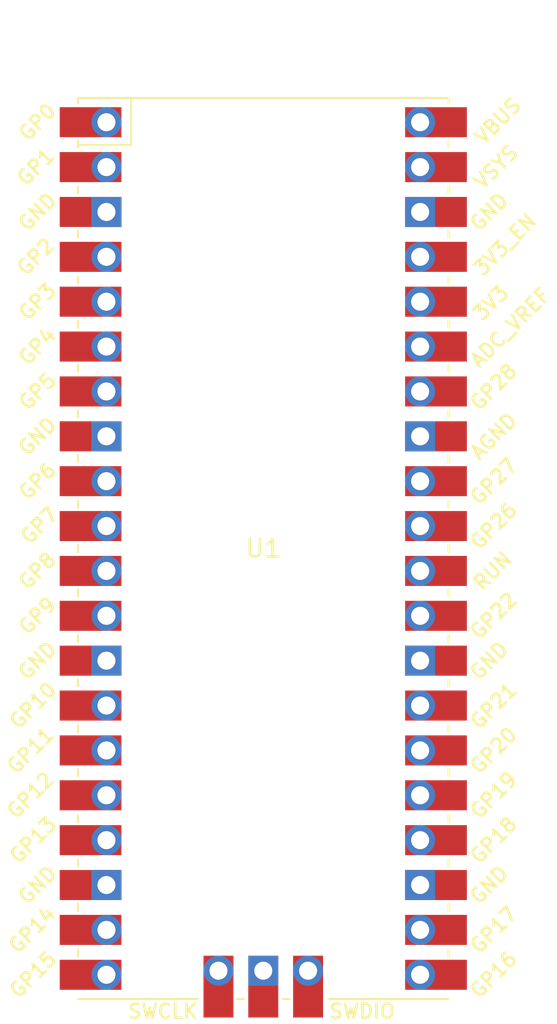
<source format=kicad_pcb>
(kicad_pcb (version 20221018) (generator pcbnew)
  (layers (0 "F.Cu" signal) (31 "B.Cu" signal) (34 "B.Paste" user) (35 "F.Paste" user) (36 "B.SilkS" user "B.Silkscreen") (37 "F.SilkS" user "F.Silkscreen") (38 "B.Mask" user) (39 "F.Mask" user) (44 "Edge.Cuts" user))
  (net 0 "")
  (footprint "MCU_RaspberryPi_and_Boards:RPi_Pico_SMD_TH" (layer "F.Cu") (at 142.4686 89.7636)
    (fp_text reference "U1" (at 0 0) (layer "F.SilkS"))
    (fp_text value "Pico")
    (fp_text user "GP18" (at 13.054 16.51 45) (layer "F.SilkS") (effects (font (size 0.8 0.8))))
    (fp_text user "GP13" (at -13.054 16.51 45) (layer "F.SilkS") (effects (font (size 0.8 0.8))))
    (fp_text user "GP4" (at -12.8 -11.43 45) (layer "F.SilkS") (effects (font (size 0.8 0.8))))
    (fp_text user "GND" (at 12.8 6.35 45) (layer "F.SilkS") (effects (font (size 0.8 0.8))))
    (fp_text user "GND" (at -12.8 -19.05 45) (layer "F.SilkS") (effects (font (size 0.8 0.8))))
    (fp_text user "GP5" (at -12.8 -8.89 45) (layer "F.SilkS") (effects (font (size 0.8 0.8))))
    (fp_text user "GND" (at 12.8 -19.05 45) (layer "F.SilkS") (effects (font (size 0.8 0.8))))
    (fp_text user "ADC_VREF" (at 14 -12.5 45) (layer "F.SilkS") (effects (font (size 0.8 0.8))))
    (fp_text user "GP6" (at -12.8 -3.81 45) (layer "F.SilkS") (effects (font (size 0.8 0.8))))
    (fp_text user "GP10" (at -13.054 8.89 45) (layer "F.SilkS") (effects (font (size 0.8 0.8))))
    (fp_text user "GP19" (at 13.054 13.97 45) (layer "F.SilkS") (effects (font (size 0.8 0.8))))
    (fp_text user "GP22" (at 13.054 3.81 45) (layer "F.SilkS") (effects (font (size 0.8 0.8))))
    (fp_text user "GP28" (at 13.054 -9.144 45) (layer "F.SilkS") (effects (font (size 0.8 0.8))))
    (fp_text user "3V3" (at 12.9 -13.9 45) (layer "F.SilkS") (effects (font (size 0.8 0.8))))
    (fp_text user "3V3_EN" (at 13.7 -17.2 45) (layer "F.SilkS") (effects (font (size 0.8 0.8))))
    (fp_text user "GP16" (at 13.054 24.13 45) (layer "F.SilkS") (effects (font (size 0.8 0.8))))
    (fp_text user "GP21" (at 13.054 8.9 45) (layer "F.SilkS") (effects (font (size 0.8 0.8))))
    (fp_text user "SWCLK" (at -5.7 26.2) (layer "F.SilkS") (effects (font (size 0.8 0.8))))
    (fp_text user "GP15" (at -13.054 24.13 45) (layer "F.SilkS") (effects (font (size 0.8 0.8))))
    (fp_text user "GND" (at 12.8 19.05 45) (layer "F.SilkS") (effects (font (size 0.8 0.8))))
    (fp_text user "GND" (at -12.8 19.05 45) (layer "F.SilkS") (effects (font (size 0.8 0.8))))
    (fp_text user "AGND" (at 13.054 -6.35 45) (layer "F.SilkS") (effects (font (size 0.8 0.8))))
    (fp_text user "GP20" (at 13.054 11.43 45) (layer "F.SilkS") (effects (font (size 0.8 0.8))))
    (fp_text user "GP12" (at -13.2 13.97 45) (layer "F.SilkS") (effects (font (size 0.8 0.8))))
    (fp_text user "GP2" (at -12.9 -16.51 45) (layer "F.SilkS") (effects (font (size 0.8 0.8))))
    (fp_text user "GP14" (at -13.1 21.59 45) (layer "F.SilkS") (effects (font (size 0.8 0.8))))
    (fp_text user "GP7" (at -12.7 -1.3 45) (layer "F.SilkS") (effects (font (size 0.8 0.8))))
    (fp_text user "RUN" (at 13 1.27 45) (layer "F.SilkS") (effects (font (size 0.8 0.8))))
    (fp_text user "GND" (at -12.8 -6.35 45) (layer "F.SilkS") (effects (font (size 0.8 0.8))))
    (fp_text user "GP3" (at -12.8 -13.97 45) (layer "F.SilkS") (effects (font (size 0.8 0.8))))
    (fp_text user "GP1" (at -12.9 -21.6 45) (layer "F.SilkS") (effects (font (size 0.8 0.8))))
    (fp_text user "GND" (at -12.8 6.35 45) (layer "F.SilkS") (effects (font (size 0.8 0.8))))
    (fp_text user "GP0" (at -12.8 -24.13 45) (layer "F.SilkS") (effects (font (size 0.8 0.8))))
    (fp_text user "GP9" (at -12.8 3.81 45) (layer "F.SilkS") (effects (font (size 0.8 0.8))))
    (fp_text user "GP8" (at -12.8 1.27 45) (layer "F.SilkS") (effects (font (size 0.8 0.8))))
    (fp_text user "SWDIO" (at 5.6 26.2) (layer "F.SilkS") (effects (font (size 0.8 0.8))))
    (fp_text user "GP17" (at 13.054 21.59 45) (layer "F.SilkS") (effects (font (size 0.8 0.8))))
    (fp_text user "VBUS" (at 13.3 -24.2 45) (layer "F.SilkS") (effects (font (size 0.8 0.8))))
    (fp_text user "VSYS" (at 13.2 -21.59 45) (layer "F.SilkS") (effects (font (size 0.8 0.8))))
    (fp_text user "GP27" (at 13.054 -3.8 45) (layer "F.SilkS") (effects (font (size 0.8 0.8))))
    (fp_text user "GP11" (at -13.2 11.43 45) (layer "F.SilkS") (effects (font (size 0.8 0.8))))
    (fp_text user "GP26" (at 13.054 -1.27 45) (layer "F.SilkS") (effects (font (size 0.8 0.8))))
    (fp_line (start -10.5 -25.5) (end -10.5 -25.2) (stroke (width 0.12)) (layer "F.SilkS"))
    (fp_line (start -10.5 -25.5) (end 10.5 -25.5) (stroke (width 0.12)) (layer "F.SilkS"))
    (fp_line (start -10.5 -23.1) (end -10.5 -22.7) (stroke (width 0.12)) (layer "F.SilkS"))
    (fp_line (start -10.5 -22.833) (end -7.493 -22.833) (stroke (width 0.12)) (layer "F.SilkS"))
    (fp_line (start -10.5 -20.5) (end -10.5 -20.1) (stroke (width 0.12)) (layer "F.SilkS"))
    (fp_line (start -10.5 -18) (end -10.5 -17.6) (stroke (width 0.12)) (layer "F.SilkS"))
    (fp_line (start -10.5 -15.4) (end -10.5 -15) (stroke (width 0.12)) (layer "F.SilkS"))
    (fp_line (start -10.5 -12.9) (end -10.5 -12.5) (stroke (width 0.12)) (layer "F.SilkS"))
    (fp_line (start -10.5 -10.4) (end -10.5 -10) (stroke (width 0.12)) (layer "F.SilkS"))
    (fp_line (start -10.5 -7.8) (end -10.5 -7.4) (stroke (width 0.12)) (layer "F.SilkS"))
    (fp_line (start -10.5 -5.3) (end -10.5 -4.9) (stroke (width 0.12)) (layer "F.SilkS"))
    (fp_line (start -10.5 -2.7) (end -10.5 -2.3) (stroke (width 0.12)) (layer "F.SilkS"))
    (fp_line (start -10.5 -0.2) (end -10.5 0.2) (stroke (width 0.12)) (layer "F.SilkS"))
    (fp_line (start -10.5 2.3) (end -10.5 2.7) (stroke (width 0.12)) (layer "F.SilkS"))
    (fp_line (start -10.5 4.9) (end -10.5 5.3) (stroke (width 0.12)) (layer "F.SilkS"))
    (fp_line (start -10.5 7.4) (end -10.5 7.8) (stroke (width 0.12)) (layer "F.SilkS"))
    (fp_line (start -10.5 10) (end -10.5 10.4) (stroke (width 0.12)) (layer "F.SilkS"))
    (fp_line (start -10.5 12.5) (end -10.5 12.9) (stroke (width 0.12)) (layer "F.SilkS"))
    (fp_line (start -10.5 15.1) (end -10.5 15.5) (stroke (width 0.12)) (layer "F.SilkS"))
    (fp_line (start -10.5 17.6) (end -10.5 18) (stroke (width 0.12)) (layer "F.SilkS"))
    (fp_line (start -10.5 20.1) (end -10.5 20.5) (stroke (width 0.12)) (layer "F.SilkS"))
    (fp_line (start -10.5 22.7) (end -10.5 23.1) (stroke (width 0.12)) (layer "F.SilkS"))
    (fp_line (start -7.493 -22.833) (end -7.493 -25.5) (stroke (width 0.12)) (layer "F.SilkS"))
    (fp_line (start -3.7 25.5) (end -10.5 25.5) (stroke (width 0.12)) (layer "F.SilkS"))
    (fp_line (start -1.5 25.5) (end -1.1 25.5) (stroke (width 0.12)) (layer "F.SilkS"))
    (fp_line (start 1.1 25.5) (end 1.5 25.5) (stroke (width 0.12)) (layer "F.SilkS"))
    (fp_line (start 10.5 -25.5) (end 10.5 -25.2) (stroke (width 0.12)) (layer "F.SilkS"))
    (fp_line (start 10.5 -23.1) (end 10.5 -22.7) (stroke (width 0.12)) (layer "F.SilkS"))
    (fp_line (start 10.5 -20.5) (end 10.5 -20.1) (stroke (width 0.12)) (layer "F.SilkS"))
    (fp_line (start 10.5 -18) (end 10.5 -17.6) (stroke (width 0.12)) (layer "F.SilkS"))
    (fp_line (start 10.5 -15.4) (end 10.5 -15) (stroke (width 0.12)) (layer "F.SilkS"))
    (fp_line (start 10.5 -12.9) (end 10.5 -12.5) (stroke (width 0.12)) (layer "F.SilkS"))
    (fp_line (start 10.5 -10.4) (end 10.5 -10) (stroke (width 0.12)) (layer "F.SilkS"))
    (fp_line (start 10.5 -7.8) (end 10.5 -7.4) (stroke (width 0.12)) (layer "F.SilkS"))
    (fp_line (start 10.5 -5.3) (end 10.5 -4.9) (stroke (width 0.12)) (layer "F.SilkS"))
    (fp_line (start 10.5 -2.7) (end 10.5 -2.3) (stroke (width 0.12)) (layer "F.SilkS"))
    (fp_line (start 10.5 -0.2) (end 10.5 0.2) (stroke (width 0.12)) (layer "F.SilkS"))
    (fp_line (start 10.5 2.3) (end 10.5 2.7) (stroke (width 0.12)) (layer "F.SilkS"))
    (fp_line (start 10.5 4.9) (end 10.5 5.3) (stroke (width 0.12)) (layer "F.SilkS"))
    (fp_line (start 10.5 7.4) (end 10.5 7.8) (stroke (width 0.12)) (layer "F.SilkS"))
    (fp_line (start 10.5 10) (end 10.5 10.4) (stroke (width 0.12)) (layer "F.SilkS"))
    (fp_line (start 10.5 12.5) (end 10.5 12.9) (stroke (width 0.12)) (layer "F.SilkS"))
    (fp_line (start 10.5 15.1) (end 10.5 15.5) (stroke (width 0.12)) (layer "F.SilkS"))
    (fp_line (start 10.5 17.6) (end 10.5 18) (stroke (width 0.12)) (layer "F.SilkS"))
    (fp_line (start 10.5 20.1) (end 10.5 20.5) (stroke (width 0.12)) (layer "F.SilkS"))
    (fp_line (start 10.5 22.7) (end 10.5 23.1) (stroke (width 0.12)) (layer "F.SilkS"))
    (fp_line (start 10.5 25.5) (end 3.7 25.5) (stroke (width 0.12)) (layer "F.SilkS"))
    (pad "" np_thru_hole oval (at -2.725 -24) (size 1.8 1.8) (drill 1.8) (layers "*.Cu" "*.Mask"))
    (pad "" np_thru_hole oval (at -2.425 -20.97) (size 1.5 1.5) (drill 1.5) (layers "*.Cu" "*.Mask"))
    (pad "" np_thru_hole oval (at 2.425 -20.97) (size 1.5 1.5) (drill 1.5) (layers "*.Cu" "*.Mask"))
    (pad "" np_thru_hole oval (at 2.725 -24) (size 1.8 1.8) (drill 1.8) (layers "*.Cu" "*.Mask"))
    (pad "1" thru_hole oval (at -8.89 -24.13) (size 1.7 1.7) (drill 1.02) (layers "*.Cu" "*.Mask"))
    (pad "1" smd rect (at -8.89 -24.13) (size 3.5 1.7) (drill (offset -0.9 0)) (layers "F.Cu" "F.Mask"))
    (pad "2" thru_hole oval (at -8.89 -21.59) (size 1.7 1.7) (drill 1.02) (layers "*.Cu" "*.Mask"))
    (pad "2" smd rect (at -8.89 -21.59) (size 3.5 1.7) (drill (offset -0.9 0)) (layers "F.Cu" "F.Mask"))
    (pad "3" thru_hole rect (at -8.89 -19.05) (size 1.7 1.7) (drill 1.02) (layers "*.Cu" "*.Mask"))
    (pad "3" smd rect (at -8.89 -19.05) (size 3.5 1.7) (drill (offset -0.9 0)) (layers "F.Cu" "F.Mask"))
    (pad "4" thru_hole oval (at -8.89 -16.51) (size 1.7 1.7) (drill 1.02) (layers "*.Cu" "*.Mask"))
    (pad "4" smd rect (at -8.89 -16.51) (size 3.5 1.7) (drill (offset -0.9 0)) (layers "F.Cu" "F.Mask"))
    (pad "5" thru_hole oval (at -8.89 -13.97) (size 1.7 1.7) (drill 1.02) (layers "*.Cu" "*.Mask"))
    (pad "5" smd rect (at -8.89 -13.97) (size 3.5 1.7) (drill (offset -0.9 0)) (layers "F.Cu" "F.Mask"))
    (pad "6" thru_hole oval (at -8.89 -11.43) (size 1.7 1.7) (drill 1.02) (layers "*.Cu" "*.Mask"))
    (pad "6" smd rect (at -8.89 -11.43) (size 3.5 1.7) (drill (offset -0.9 0)) (layers "F.Cu" "F.Mask"))
    (pad "7" thru_hole oval (at -8.89 -8.89) (size 1.7 1.7) (drill 1.02) (layers "*.Cu" "*.Mask"))
    (pad "7" smd rect (at -8.89 -8.89) (size 3.5 1.7) (drill (offset -0.9 0)) (layers "F.Cu" "F.Mask"))
    (pad "8" thru_hole rect (at -8.89 -6.35) (size 1.7 1.7) (drill 1.02) (layers "*.Cu" "*.Mask"))
    (pad "8" smd rect (at -8.89 -6.35) (size 3.5 1.7) (drill (offset -0.9 0)) (layers "F.Cu" "F.Mask"))
    (pad "9" thru_hole oval (at -8.89 -3.81) (size 1.7 1.7) (drill 1.02) (layers "*.Cu" "*.Mask"))
    (pad "9" smd rect (at -8.89 -3.81) (size 3.5 1.7) (drill (offset -0.9 0)) (layers "F.Cu" "F.Mask"))
    (pad "10" thru_hole oval (at -8.89 -1.27) (size 1.7 1.7) (drill 1.02) (layers "*.Cu" "*.Mask"))
    (pad "10" smd rect (at -8.89 -1.27) (size 3.5 1.7) (drill (offset -0.9 0)) (layers "F.Cu" "F.Mask"))
    (pad "11" thru_hole oval (at -8.89 1.27) (size 1.7 1.7) (drill 1.02) (layers "*.Cu" "*.Mask"))
    (pad "11" smd rect (at -8.89 1.27) (size 3.5 1.7) (drill (offset -0.9 0)) (layers "F.Cu" "F.Mask"))
    (pad "12" thru_hole oval (at -8.89 3.81) (size 1.7 1.7) (drill 1.02) (layers "*.Cu" "*.Mask"))
    (pad "12" smd rect (at -8.89 3.81) (size 3.5 1.7) (drill (offset -0.9 0)) (layers "F.Cu" "F.Mask"))
    (pad "13" thru_hole rect (at -8.89 6.35) (size 1.7 1.7) (drill 1.02) (layers "*.Cu" "*.Mask"))
    (pad "13" smd rect (at -8.89 6.35) (size 3.5 1.7) (drill (offset -0.9 0)) (layers "F.Cu" "F.Mask"))
    (pad "14" thru_hole oval (at -8.89 8.89) (size 1.7 1.7) (drill 1.02) (layers "*.Cu" "*.Mask"))
    (pad "14" smd rect (at -8.89 8.89) (size 3.5 1.7) (drill (offset -0.9 0)) (layers "F.Cu" "F.Mask"))
    (pad "15" thru_hole oval (at -8.89 11.43) (size 1.7 1.7) (drill 1.02) (layers "*.Cu" "*.Mask"))
    (pad "15" smd rect (at -8.89 11.43) (size 3.5 1.7) (drill (offset -0.9 0)) (layers "F.Cu" "F.Mask"))
    (pad "16" thru_hole oval (at -8.89 13.97) (size 1.7 1.7) (drill 1.02) (layers "*.Cu" "*.Mask"))
    (pad "16" smd rect (at -8.89 13.97) (size 3.5 1.7) (drill (offset -0.9 0)) (layers "F.Cu" "F.Mask"))
    (pad "17" thru_hole oval (at -8.89 16.51) (size 1.7 1.7) (drill 1.02) (layers "*.Cu" "*.Mask"))
    (pad "17" smd rect (at -8.89 16.51) (size 3.5 1.7) (drill (offset -0.9 0)) (layers "F.Cu" "F.Mask"))
    (pad "18" thru_hole rect (at -8.89 19.05) (size 1.7 1.7) (drill 1.02) (layers "*.Cu" "*.Mask"))
    (pad "18" smd rect (at -8.89 19.05) (size 3.5 1.7) (drill (offset -0.9 0)) (layers "F.Cu" "F.Mask"))
    (pad "19" thru_hole oval (at -8.89 21.59) (size 1.7 1.7) (drill 1.02) (layers "*.Cu" "*.Mask"))
    (pad "19" smd rect (at -8.89 21.59) (size 3.5 1.7) (drill (offset -0.9 0)) (layers "F.Cu" "F.Mask"))
    (pad "20" thru_hole oval (at -8.89 24.13) (size 1.7 1.7) (drill 1.02) (layers "*.Cu" "*.Mask"))
    (pad "20" smd rect (at -8.89 24.13) (size 3.5 1.7) (drill (offset -0.9 0)) (layers "F.Cu" "F.Mask"))
    (pad "21" thru_hole oval (at 8.89 24.13) (size 1.7 1.7) (drill 1.02) (layers "*.Cu" "*.Mask"))
    (pad "21" smd rect (at 8.89 24.13) (size 3.5 1.7) (drill (offset 0.9 0)) (layers "F.Cu" "F.Mask"))
    (pad "22" thru_hole oval (at 8.89 21.59) (size 1.7 1.7) (drill 1.02) (layers "*.Cu" "*.Mask"))
    (pad "22" smd rect (at 8.89 21.59) (size 3.5 1.7) (drill (offset 0.9 0)) (layers "F.Cu" "F.Mask"))
    (pad "23" thru_hole rect (at 8.89 19.05) (size 1.7 1.7) (drill 1.02) (layers "*.Cu" "*.Mask"))
    (pad "23" smd rect (at 8.89 19.05) (size 3.5 1.7) (drill (offset 0.9 0)) (layers "F.Cu" "F.Mask"))
    (pad "24" thru_hole oval (at 8.89 16.51) (size 1.7 1.7) (drill 1.02) (layers "*.Cu" "*.Mask"))
    (pad "24" smd rect (at 8.89 16.51) (size 3.5 1.7) (drill (offset 0.9 0)) (layers "F.Cu" "F.Mask"))
    (pad "25" thru_hole oval (at 8.89 13.97) (size 1.7 1.7) (drill 1.02) (layers "*.Cu" "*.Mask"))
    (pad "25" smd rect (at 8.89 13.97) (size 3.5 1.7) (drill (offset 0.9 0)) (layers "F.Cu" "F.Mask"))
    (pad "26" thru_hole oval (at 8.89 11.43) (size 1.7 1.7) (drill 1.02) (layers "*.Cu" "*.Mask"))
    (pad "26" smd rect (at 8.89 11.43) (size 3.5 1.7) (drill (offset 0.9 0)) (layers "F.Cu" "F.Mask"))
    (pad "27" thru_hole oval (at 8.89 8.89) (size 1.7 1.7) (drill 1.02) (layers "*.Cu" "*.Mask"))
    (pad "27" smd rect (at 8.89 8.89) (size 3.5 1.7) (drill (offset 0.9 0)) (layers "F.Cu" "F.Mask"))
    (pad "28" thru_hole rect (at 8.89 6.35) (size 1.7 1.7) (drill 1.02) (layers "*.Cu" "*.Mask"))
    (pad "28" smd rect (at 8.89 6.35) (size 3.5 1.7) (drill (offset 0.9 0)) (layers "F.Cu" "F.Mask"))
    (pad "29" thru_hole oval (at 8.89 3.81) (size 1.7 1.7) (drill 1.02) (layers "*.Cu" "*.Mask"))
    (pad "29" smd rect (at 8.89 3.81) (size 3.5 1.7) (drill (offset 0.9 0)) (layers "F.Cu" "F.Mask"))
    (pad "30" thru_hole oval (at 8.89 1.27) (size 1.7 1.7) (drill 1.02) (layers "*.Cu" "*.Mask"))
    (pad "30" smd rect (at 8.89 1.27) (size 3.5 1.7) (drill (offset 0.9 0)) (layers "F.Cu" "F.Mask"))
    (pad "31" thru_hole oval (at 8.89 -1.27) (size 1.7 1.7) (drill 1.02) (layers "*.Cu" "*.Mask"))
    (pad "31" smd rect (at 8.89 -1.27) (size 3.5 1.7) (drill (offset 0.9 0)) (layers "F.Cu" "F.Mask"))
    (pad "32" thru_hole oval (at 8.89 -3.81) (size 1.7 1.7) (drill 1.02) (layers "*.Cu" "*.Mask"))
    (pad "32" smd rect (at 8.89 -3.81) (size 3.5 1.7) (drill (offset 0.9 0)) (layers "F.Cu" "F.Mask"))
    (pad "33" thru_hole rect (at 8.89 -6.35) (size 1.7 1.7) (drill 1.02) (layers "*.Cu" "*.Mask"))
    (pad "33" smd rect (at 8.89 -6.35) (size 3.5 1.7) (drill (offset 0.9 0)) (layers "F.Cu" "F.Mask"))
    (pad "34" thru_hole oval (at 8.89 -8.89) (size 1.7 1.7) (drill 1.02) (layers "*.Cu" "*.Mask"))
    (pad "34" smd rect (at 8.89 -8.89) (size 3.5 1.7) (drill (offset 0.9 0)) (layers "F.Cu" "F.Mask"))
    (pad "35" thru_hole oval (at 8.89 -11.43) (size 1.7 1.7) (drill 1.02) (layers "*.Cu" "*.Mask"))
    (pad "35" smd rect (at 8.89 -11.43) (size 3.5 1.7) (drill (offset 0.9 0)) (layers "F.Cu" "F.Mask"))
    (pad "36" thru_hole oval (at 8.89 -13.97) (size 1.7 1.7) (drill 1.02) (layers "*.Cu" "*.Mask"))
    (pad "36" smd rect (at 8.89 -13.97) (size 3.5 1.7) (drill (offset 0.9 0)) (layers "F.Cu" "F.Mask"))
    (pad "37" thru_hole oval (at 8.89 -16.51) (size 1.7 1.7) (drill 1.02) (layers "*.Cu" "*.Mask"))
    (pad "37" smd rect (at 8.89 -16.51) (size 3.5 1.7) (drill (offset 0.9 0)) (layers "F.Cu" "F.Mask"))
    (pad "38" thru_hole rect (at 8.89 -19.05) (size 1.7 1.7) (drill 1.02) (layers "*.Cu" "*.Mask"))
    (pad "38" smd rect (at 8.89 -19.05) (size 3.5 1.7) (drill (offset 0.9 0)) (layers "F.Cu" "F.Mask"))
    (pad "39" thru_hole oval (at 8.89 -21.59) (size 1.7 1.7) (drill 1.02) (layers "*.Cu" "*.Mask"))
    (pad "39" smd rect (at 8.89 -21.59) (size 3.5 1.7) (drill (offset 0.9 0)) (layers "F.Cu" "F.Mask"))
    (pad "40" thru_hole oval (at 8.89 -24.13) (size 1.7 1.7) (drill 1.02) (layers "*.Cu" "*.Mask"))
    (pad "40" smd rect (at 8.89 -24.13) (size 3.5 1.7) (drill (offset 0.9 0)) (layers "F.Cu" "F.Mask"))
    (pad "41" thru_hole oval (at -2.54 23.9) (size 1.7 1.7) (drill 1.02) (layers "*.Cu" "*.Mask"))
    (pad "41" smd rect (at -2.54 23.9 90) (size 3.5 1.7) (drill (offset -0.9 0)) (layers "F.Cu" "F.Mask"))
    (pad "42" thru_hole rect (at 0 23.9) (size 1.7 1.7) (drill 1.02) (layers "*.Cu" "*.Mask"))
    (pad "42" smd rect (at 0 23.9 90) (size 3.5 1.7) (drill (offset -0.9 0)) (layers "F.Cu" "F.Mask"))
    (pad "43" thru_hole oval (at 2.54 23.9) (size 1.7 1.7) (drill 1.02) (layers "*.Cu" "*.Mask"))
    (pad "43" smd rect (at 2.54 23.9 90) (size 3.5 1.7) (drill (offset -0.9 0)) (layers "F.Cu" "F.Mask"))
  )
)
</source>
